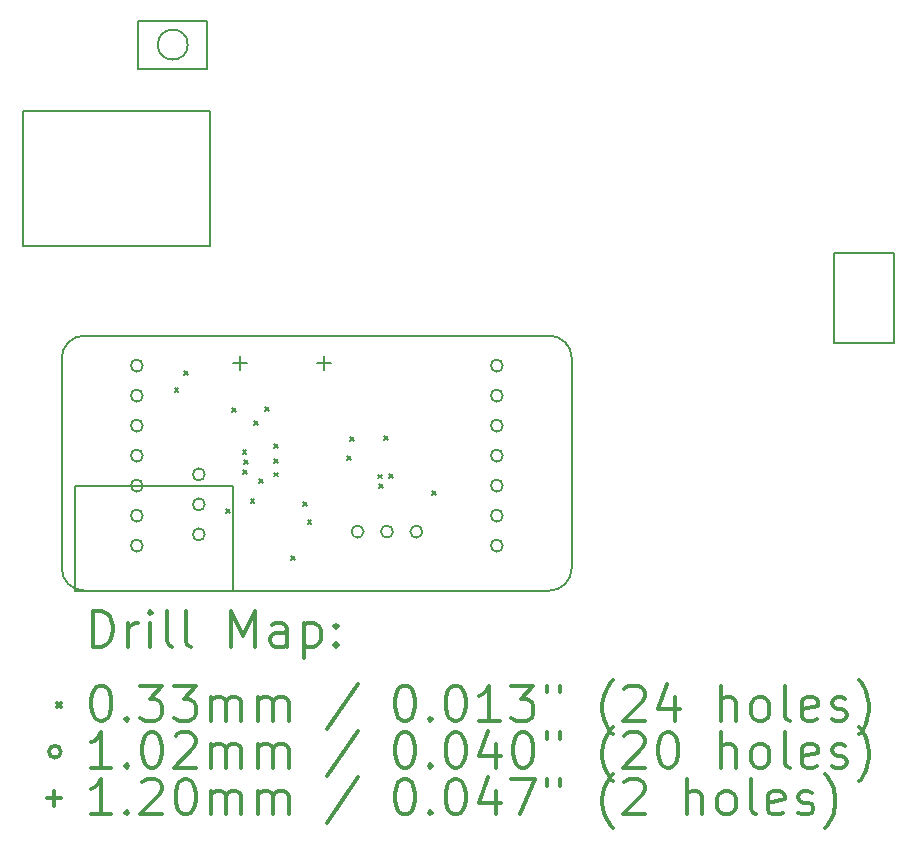
<source format=gbr>
G04 This is an RS-274x file exported by *
G04 gerbv version 2.6.0 *
G04 More information is available about gerbv at *
G04 http://gerbv.gpleda.org/ *
G04 --End of header info--*
%MOIN*%
%FSLAX34Y34*%
%IPPOS*%
G04 --Define apertures--*
%ADD10C,0.0050*%
%ADD11C,0.0060*%
%ADD12C,0.0079*%
%ADD13C,0.0118*%
%ADD14C,0.0138*%
%ADD15C,0.0059*%
G04 --Start main section--*
G54D11*
G01X0043250Y-040000D02*
G01X0058750Y-040000D01*
G01X0042500Y-047750D02*
G01X0042500Y-040750D01*
G01X0058750Y-048500D02*
G01X0043250Y-048500D01*
G01X0059500Y-040750D02*
G01X0059500Y-047750D01*
G01X0042500Y-047750D02*
G75*
G03X0043250Y-048500I0000750J0000000D01*
G01X0043250Y-040000D02*
G75*
G03X0042500Y-040750I0000000J-000750D01*
G01X0058750Y-048500D02*
G75*
G03X0059500Y-047750I0000000J0000750D01*
G01X0059500Y-040750D02*
G75*
G03X0058750Y-040000I-000750J0000000D01*
G54D12*
G01X0046260Y-041760D02*
G01X0046390Y-041890D01*
G01X0046390Y-041760D02*
G01X0046260Y-041890D01*
G01X0046585Y-041185D02*
G01X0046715Y-041315D01*
G01X0046715Y-041185D02*
G01X0046585Y-041315D01*
G01X0047975Y-045775D02*
G01X0048105Y-045905D01*
G01X0048105Y-045775D02*
G01X0047975Y-045905D01*
G01X0048192Y-042420D02*
G01X0048322Y-042550D01*
G01X0048322Y-042420D02*
G01X0048192Y-042550D01*
G01X0048529Y-043818D02*
G01X0048659Y-043948D01*
G01X0048659Y-043818D02*
G01X0048529Y-043948D01*
G01X0048533Y-044485D02*
G01X0048663Y-044615D01*
G01X0048663Y-044485D02*
G01X0048533Y-044615D01*
G01X0048573Y-044157D02*
G01X0048703Y-044287D01*
G01X0048703Y-044157D02*
G01X0048573Y-044287D01*
G01X0048795Y-045435D02*
G01X0048925Y-045565D01*
G01X0048925Y-045435D02*
G01X0048795Y-045565D01*
G01X0048915Y-042835D02*
G01X0049045Y-042965D01*
G01X0049045Y-042835D02*
G01X0048915Y-042965D01*
G01X0049080Y-044774D02*
G01X0049210Y-044904D01*
G01X0049210Y-044774D02*
G01X0049080Y-044904D01*
G01X0049275Y-042395D02*
G01X0049405Y-042525D01*
G01X0049405Y-042395D02*
G01X0049275Y-042525D01*
G01X0049580Y-043614D02*
G01X0049710Y-043744D01*
G01X0049710Y-043614D02*
G01X0049580Y-043744D01*
G01X0049580Y-044100D02*
G01X0049710Y-044230D01*
G01X0049710Y-044100D02*
G01X0049580Y-044230D01*
G01X0049580Y-044566D02*
G01X0049710Y-044696D01*
G01X0049710Y-044566D02*
G01X0049580Y-044696D01*
G01X0050135Y-047335D02*
G01X0050265Y-047465D01*
G01X0050265Y-047335D02*
G01X0050135Y-047465D01*
G01X0050541Y-045552D02*
G01X0050671Y-045682D01*
G01X0050671Y-045552D02*
G01X0050541Y-045682D01*
G01X0050695Y-046135D02*
G01X0050825Y-046265D01*
G01X0050825Y-046135D02*
G01X0050695Y-046265D01*
G01X0052014Y-044001D02*
G01X0052144Y-044131D01*
G01X0052144Y-044001D02*
G01X0052014Y-044131D01*
G01X0052115Y-043375D02*
G01X0052245Y-043505D01*
G01X0052245Y-043375D02*
G01X0052115Y-043505D01*
G01X0053055Y-044631D02*
G01X0053185Y-044761D01*
G01X0053185Y-044631D02*
G01X0053055Y-044761D01*
G01X0053085Y-044960D02*
G01X0053215Y-045090D01*
G01X0053215Y-044960D02*
G01X0053085Y-045090D01*
G01X0053255Y-043335D02*
G01X0053385Y-043465D01*
G01X0053385Y-043335D02*
G01X0053255Y-043465D01*
G01X0053405Y-044625D02*
G01X0053535Y-044755D01*
G01X0053535Y-044625D02*
G01X0053405Y-044755D01*
G01X0054835Y-045185D02*
G01X0054965Y-045315D01*
G01X0054965Y-045185D02*
G01X0054835Y-045315D01*
G01X0045200Y-041000D02*
G75*
G03X0045200Y-041000I-000200J0000000D01*
G01X0045200Y-042000D02*
G75*
G03X0045200Y-042000I-000200J0000000D01*
G01X0045200Y-043000D02*
G75*
G03X0045200Y-043000I-000200J0000000D01*
G01X0045200Y-044000D02*
G75*
G03X0045200Y-044000I-000200J0000000D01*
G01X0045200Y-045000D02*
G75*
G03X0045200Y-045000I-000200J0000000D01*
G01X0045200Y-046000D02*
G75*
G03X0045200Y-046000I-000200J0000000D01*
G01X0045200Y-047000D02*
G75*
G03X0045200Y-047000I-000200J0000000D01*
G01X0047269Y-044626D02*
G75*
G03X0047269Y-044626I-000200J0000000D01*
G01X0047269Y-045626D02*
G75*
G03X0047269Y-045626I-000200J0000000D01*
G01X0047269Y-046626D02*
G75*
G03X0047269Y-046626I-000200J0000000D01*
G01X0052561Y-046533D02*
G75*
G03X0052561Y-046533I-000200J0000000D01*
G01X0053541Y-046533D02*
G75*
G03X0053541Y-046533I-000200J0000000D01*
G01X0054521Y-046533D02*
G75*
G03X0054521Y-046533I-000200J0000000D01*
G01X0057200Y-041000D02*
G75*
G03X0057200Y-041000I-000200J0000000D01*
G01X0057200Y-042000D02*
G75*
G03X0057200Y-042000I-000200J0000000D01*
G01X0057200Y-043000D02*
G75*
G03X0057200Y-043000I-000200J0000000D01*
G01X0057200Y-044000D02*
G75*
G03X0057200Y-044000I-000200J0000000D01*
G01X0057200Y-045000D02*
G75*
G03X0057200Y-045000I-000200J0000000D01*
G01X0057200Y-046000D02*
G75*
G03X0057200Y-046000I-000200J0000000D01*
G01X0057200Y-047000D02*
G75*
G03X0057200Y-047000I-000200J0000000D01*
G01X0048455Y-040683D02*
G01X0048455Y-041155D01*
G01X0048218Y-040919D02*
G01X0048691Y-040919D01*
G01X0051250Y-040683D02*
G01X0051250Y-041155D01*
G01X0051014Y-040919D02*
G01X0051486Y-040919D01*
G54D13*
G01X0043539Y-050364D02*
G01X0043539Y-049182D01*
G01X0043539Y-049182D02*
G01X0043820Y-049182D01*
G01X0043820Y-049182D02*
G01X0043989Y-049239D01*
G01X0043989Y-049239D02*
G01X0044101Y-049351D01*
G01X0044101Y-049351D02*
G01X0044157Y-049464D01*
G01X0044157Y-049464D02*
G01X0044214Y-049689D01*
G01X0044214Y-049689D02*
G01X0044214Y-049857D01*
G01X0044214Y-049857D02*
G01X0044157Y-050082D01*
G01X0044157Y-050082D02*
G01X0044101Y-050195D01*
G01X0044101Y-050195D02*
G01X0043989Y-050307D01*
G01X0043989Y-050307D02*
G01X0043820Y-050364D01*
G01X0043820Y-050364D02*
G01X0043539Y-050364D01*
G01X0044720Y-050364D02*
G01X0044720Y-049576D01*
G01X0044720Y-049801D02*
G01X0044776Y-049689D01*
G01X0044776Y-049689D02*
G01X0044832Y-049632D01*
G01X0044832Y-049632D02*
G01X0044945Y-049576D01*
G01X0044945Y-049576D02*
G01X0045057Y-049576D01*
G01X0045451Y-050364D02*
G01X0045451Y-049576D01*
G01X0045451Y-049182D02*
G01X0045395Y-049239D01*
G01X0045395Y-049239D02*
G01X0045451Y-049295D01*
G01X0045451Y-049295D02*
G01X0045507Y-049239D01*
G01X0045507Y-049239D02*
G01X0045451Y-049182D01*
G01X0045451Y-049182D02*
G01X0045451Y-049295D01*
G01X0046182Y-050364D02*
G01X0046070Y-050307D01*
G01X0046070Y-050307D02*
G01X0046013Y-050195D01*
G01X0046013Y-050195D02*
G01X0046013Y-049182D01*
G01X0046801Y-050364D02*
G01X0046688Y-050307D01*
G01X0046688Y-050307D02*
G01X0046632Y-050195D01*
G01X0046632Y-050195D02*
G01X0046632Y-049182D01*
G01X0048151Y-050364D02*
G01X0048151Y-049182D01*
G01X0048151Y-049182D02*
G01X0048544Y-050026D01*
G01X0048544Y-050026D02*
G01X0048938Y-049182D01*
G01X0048938Y-049182D02*
G01X0048938Y-050364D01*
G01X0050007Y-050364D02*
G01X0050007Y-049745D01*
G01X0050007Y-049745D02*
G01X0049950Y-049632D01*
G01X0049950Y-049632D02*
G01X0049838Y-049576D01*
G01X0049838Y-049576D02*
G01X0049613Y-049576D01*
G01X0049613Y-049576D02*
G01X0049500Y-049632D01*
G01X0050007Y-050307D02*
G01X0049894Y-050364D01*
G01X0049894Y-050364D02*
G01X0049613Y-050364D01*
G01X0049613Y-050364D02*
G01X0049500Y-050307D01*
G01X0049500Y-050307D02*
G01X0049444Y-050195D01*
G01X0049444Y-050195D02*
G01X0049444Y-050082D01*
G01X0049444Y-050082D02*
G01X0049500Y-049970D01*
G01X0049500Y-049970D02*
G01X0049613Y-049914D01*
G01X0049613Y-049914D02*
G01X0049894Y-049914D01*
G01X0049894Y-049914D02*
G01X0050007Y-049857D01*
G01X0050569Y-049576D02*
G01X0050569Y-050757D01*
G01X0050569Y-049632D02*
G01X0050681Y-049576D01*
G01X0050681Y-049576D02*
G01X0050906Y-049576D01*
G01X0050906Y-049576D02*
G01X0051019Y-049632D01*
G01X0051019Y-049632D02*
G01X0051075Y-049689D01*
G01X0051075Y-049689D02*
G01X0051131Y-049801D01*
G01X0051131Y-049801D02*
G01X0051131Y-050139D01*
G01X0051131Y-050139D02*
G01X0051075Y-050251D01*
G01X0051075Y-050251D02*
G01X0051019Y-050307D01*
G01X0051019Y-050307D02*
G01X0050906Y-050364D01*
G01X0050906Y-050364D02*
G01X0050681Y-050364D01*
G01X0050681Y-050364D02*
G01X0050569Y-050307D01*
G01X0051638Y-050251D02*
G01X0051694Y-050307D01*
G01X0051694Y-050307D02*
G01X0051638Y-050364D01*
G01X0051638Y-050364D02*
G01X0051581Y-050307D01*
G01X0051581Y-050307D02*
G01X0051638Y-050251D01*
G01X0051638Y-050251D02*
G01X0051638Y-050364D01*
G01X0051638Y-049632D02*
G01X0051694Y-049689D01*
G01X0051694Y-049689D02*
G01X0051638Y-049745D01*
G01X0051638Y-049745D02*
G01X0051581Y-049689D01*
G01X0051581Y-049689D02*
G01X0051638Y-049632D01*
G01X0051638Y-049632D02*
G01X0051638Y-049745D01*
G01X0042340Y-052245D02*
G01X0042470Y-052375D01*
G01X0042470Y-052245D02*
G01X0042340Y-052375D01*
G01X0043764Y-051663D02*
G01X0043876Y-051663D01*
G01X0043876Y-051663D02*
G01X0043989Y-051719D01*
G01X0043989Y-051719D02*
G01X0044045Y-051775D01*
G01X0044045Y-051775D02*
G01X0044101Y-051888D01*
G01X0044101Y-051888D02*
G01X0044157Y-052113D01*
G01X0044157Y-052113D02*
G01X0044157Y-052394D01*
G01X0044157Y-052394D02*
G01X0044101Y-052619D01*
G01X0044101Y-052619D02*
G01X0044045Y-052731D01*
G01X0044045Y-052731D02*
G01X0043989Y-052788D01*
G01X0043989Y-052788D02*
G01X0043876Y-052844D01*
G01X0043876Y-052844D02*
G01X0043764Y-052844D01*
G01X0043764Y-052844D02*
G01X0043651Y-052788D01*
G01X0043651Y-052788D02*
G01X0043595Y-052731D01*
G01X0043595Y-052731D02*
G01X0043539Y-052619D01*
G01X0043539Y-052619D02*
G01X0043482Y-052394D01*
G01X0043482Y-052394D02*
G01X0043482Y-052113D01*
G01X0043482Y-052113D02*
G01X0043539Y-051888D01*
G01X0043539Y-051888D02*
G01X0043595Y-051775D01*
G01X0043595Y-051775D02*
G01X0043651Y-051719D01*
G01X0043651Y-051719D02*
G01X0043764Y-051663D01*
G01X0044663Y-052731D02*
G01X0044720Y-052788D01*
G01X0044720Y-052788D02*
G01X0044663Y-052844D01*
G01X0044663Y-052844D02*
G01X0044607Y-052788D01*
G01X0044607Y-052788D02*
G01X0044663Y-052731D01*
G01X0044663Y-052731D02*
G01X0044663Y-052844D01*
G01X0045113Y-051663D02*
G01X0045845Y-051663D01*
G01X0045845Y-051663D02*
G01X0045451Y-052113D01*
G01X0045451Y-052113D02*
G01X0045620Y-052113D01*
G01X0045620Y-052113D02*
G01X0045732Y-052169D01*
G01X0045732Y-052169D02*
G01X0045788Y-052225D01*
G01X0045788Y-052225D02*
G01X0045845Y-052338D01*
G01X0045845Y-052338D02*
G01X0045845Y-052619D01*
G01X0045845Y-052619D02*
G01X0045788Y-052731D01*
G01X0045788Y-052731D02*
G01X0045732Y-052788D01*
G01X0045732Y-052788D02*
G01X0045620Y-052844D01*
G01X0045620Y-052844D02*
G01X0045282Y-052844D01*
G01X0045282Y-052844D02*
G01X0045170Y-052788D01*
G01X0045170Y-052788D02*
G01X0045113Y-052731D01*
G01X0046238Y-051663D02*
G01X0046969Y-051663D01*
G01X0046969Y-051663D02*
G01X0046576Y-052113D01*
G01X0046576Y-052113D02*
G01X0046744Y-052113D01*
G01X0046744Y-052113D02*
G01X0046857Y-052169D01*
G01X0046857Y-052169D02*
G01X0046913Y-052225D01*
G01X0046913Y-052225D02*
G01X0046969Y-052338D01*
G01X0046969Y-052338D02*
G01X0046969Y-052619D01*
G01X0046969Y-052619D02*
G01X0046913Y-052731D01*
G01X0046913Y-052731D02*
G01X0046857Y-052788D01*
G01X0046857Y-052788D02*
G01X0046744Y-052844D01*
G01X0046744Y-052844D02*
G01X0046407Y-052844D01*
G01X0046407Y-052844D02*
G01X0046295Y-052788D01*
G01X0046295Y-052788D02*
G01X0046238Y-052731D01*
G01X0047476Y-052844D02*
G01X0047476Y-052056D01*
G01X0047476Y-052169D02*
G01X0047532Y-052113D01*
G01X0047532Y-052113D02*
G01X0047644Y-052056D01*
G01X0047644Y-052056D02*
G01X0047813Y-052056D01*
G01X0047813Y-052056D02*
G01X0047926Y-052113D01*
G01X0047926Y-052113D02*
G01X0047982Y-052225D01*
G01X0047982Y-052225D02*
G01X0047982Y-052844D01*
G01X0047982Y-052225D02*
G01X0048038Y-052113D01*
G01X0048038Y-052113D02*
G01X0048151Y-052056D01*
G01X0048151Y-052056D02*
G01X0048319Y-052056D01*
G01X0048319Y-052056D02*
G01X0048432Y-052113D01*
G01X0048432Y-052113D02*
G01X0048488Y-052225D01*
G01X0048488Y-052225D02*
G01X0048488Y-052844D01*
G01X0049050Y-052844D02*
G01X0049050Y-052056D01*
G01X0049050Y-052169D02*
G01X0049107Y-052113D01*
G01X0049107Y-052113D02*
G01X0049219Y-052056D01*
G01X0049219Y-052056D02*
G01X0049388Y-052056D01*
G01X0049388Y-052056D02*
G01X0049500Y-052113D01*
G01X0049500Y-052113D02*
G01X0049557Y-052225D01*
G01X0049557Y-052225D02*
G01X0049557Y-052844D01*
G01X0049557Y-052225D02*
G01X0049613Y-052113D01*
G01X0049613Y-052113D02*
G01X0049725Y-052056D01*
G01X0049725Y-052056D02*
G01X0049894Y-052056D01*
G01X0049894Y-052056D02*
G01X0050007Y-052113D01*
G01X0050007Y-052113D02*
G01X0050063Y-052225D01*
G01X0050063Y-052225D02*
G01X0050063Y-052844D01*
G01X0052369Y-051606D02*
G01X0051356Y-053125D01*
G01X0053887Y-051663D02*
G01X0054000Y-051663D01*
G01X0054000Y-051663D02*
G01X0054112Y-051719D01*
G01X0054112Y-051719D02*
G01X0054169Y-051775D01*
G01X0054169Y-051775D02*
G01X0054225Y-051888D01*
G01X0054225Y-051888D02*
G01X0054281Y-052113D01*
G01X0054281Y-052113D02*
G01X0054281Y-052394D01*
G01X0054281Y-052394D02*
G01X0054225Y-052619D01*
G01X0054225Y-052619D02*
G01X0054169Y-052731D01*
G01X0054169Y-052731D02*
G01X0054112Y-052788D01*
G01X0054112Y-052788D02*
G01X0054000Y-052844D01*
G01X0054000Y-052844D02*
G01X0053887Y-052844D01*
G01X0053887Y-052844D02*
G01X0053775Y-052788D01*
G01X0053775Y-052788D02*
G01X0053719Y-052731D01*
G01X0053719Y-052731D02*
G01X0053662Y-052619D01*
G01X0053662Y-052619D02*
G01X0053606Y-052394D01*
G01X0053606Y-052394D02*
G01X0053606Y-052113D01*
G01X0053606Y-052113D02*
G01X0053662Y-051888D01*
G01X0053662Y-051888D02*
G01X0053719Y-051775D01*
G01X0053719Y-051775D02*
G01X0053775Y-051719D01*
G01X0053775Y-051719D02*
G01X0053887Y-051663D01*
G01X0054787Y-052731D02*
G01X0054843Y-052788D01*
G01X0054843Y-052788D02*
G01X0054787Y-052844D01*
G01X0054787Y-052844D02*
G01X0054731Y-052788D01*
G01X0054731Y-052788D02*
G01X0054787Y-052731D01*
G01X0054787Y-052731D02*
G01X0054787Y-052844D01*
G01X0055575Y-051663D02*
G01X0055687Y-051663D01*
G01X0055687Y-051663D02*
G01X0055800Y-051719D01*
G01X0055800Y-051719D02*
G01X0055856Y-051775D01*
G01X0055856Y-051775D02*
G01X0055912Y-051888D01*
G01X0055912Y-051888D02*
G01X0055968Y-052113D01*
G01X0055968Y-052113D02*
G01X0055968Y-052394D01*
G01X0055968Y-052394D02*
G01X0055912Y-052619D01*
G01X0055912Y-052619D02*
G01X0055856Y-052731D01*
G01X0055856Y-052731D02*
G01X0055800Y-052788D01*
G01X0055800Y-052788D02*
G01X0055687Y-052844D01*
G01X0055687Y-052844D02*
G01X0055575Y-052844D01*
G01X0055575Y-052844D02*
G01X0055462Y-052788D01*
G01X0055462Y-052788D02*
G01X0055406Y-052731D01*
G01X0055406Y-052731D02*
G01X0055350Y-052619D01*
G01X0055350Y-052619D02*
G01X0055293Y-052394D01*
G01X0055293Y-052394D02*
G01X0055293Y-052113D01*
G01X0055293Y-052113D02*
G01X0055350Y-051888D01*
G01X0055350Y-051888D02*
G01X0055406Y-051775D01*
G01X0055406Y-051775D02*
G01X0055462Y-051719D01*
G01X0055462Y-051719D02*
G01X0055575Y-051663D01*
G01X0057093Y-052844D02*
G01X0056418Y-052844D01*
G01X0056756Y-052844D02*
G01X0056756Y-051663D01*
G01X0056756Y-051663D02*
G01X0056643Y-051831D01*
G01X0056643Y-051831D02*
G01X0056531Y-051944D01*
G01X0056531Y-051944D02*
G01X0056418Y-052000D01*
G01X0057487Y-051663D02*
G01X0058218Y-051663D01*
G01X0058218Y-051663D02*
G01X0057824Y-052113D01*
G01X0057824Y-052113D02*
G01X0057993Y-052113D01*
G01X0057993Y-052113D02*
G01X0058106Y-052169D01*
G01X0058106Y-052169D02*
G01X0058162Y-052225D01*
G01X0058162Y-052225D02*
G01X0058218Y-052338D01*
G01X0058218Y-052338D02*
G01X0058218Y-052619D01*
G01X0058218Y-052619D02*
G01X0058162Y-052731D01*
G01X0058162Y-052731D02*
G01X0058106Y-052788D01*
G01X0058106Y-052788D02*
G01X0057993Y-052844D01*
G01X0057993Y-052844D02*
G01X0057656Y-052844D01*
G01X0057656Y-052844D02*
G01X0057543Y-052788D01*
G01X0057543Y-052788D02*
G01X0057487Y-052731D01*
G01X0058668Y-051663D02*
G01X0058668Y-051888D01*
G01X0059118Y-051663D02*
G01X0059118Y-051888D01*
G01X0060861Y-053294D02*
G01X0060805Y-053238D01*
G01X0060805Y-053238D02*
G01X0060693Y-053069D01*
G01X0060693Y-053069D02*
G01X0060636Y-052956D01*
G01X0060636Y-052956D02*
G01X0060580Y-052788D01*
G01X0060580Y-052788D02*
G01X0060524Y-052506D01*
G01X0060524Y-052506D02*
G01X0060524Y-052281D01*
G01X0060524Y-052281D02*
G01X0060580Y-052000D01*
G01X0060580Y-052000D02*
G01X0060636Y-051831D01*
G01X0060636Y-051831D02*
G01X0060693Y-051719D01*
G01X0060693Y-051719D02*
G01X0060805Y-051550D01*
G01X0060805Y-051550D02*
G01X0060861Y-051494D01*
G01X0061255Y-051775D02*
G01X0061311Y-051719D01*
G01X0061311Y-051719D02*
G01X0061424Y-051663D01*
G01X0061424Y-051663D02*
G01X0061705Y-051663D01*
G01X0061705Y-051663D02*
G01X0061818Y-051719D01*
G01X0061818Y-051719D02*
G01X0061874Y-051775D01*
G01X0061874Y-051775D02*
G01X0061930Y-051888D01*
G01X0061930Y-051888D02*
G01X0061930Y-052000D01*
G01X0061930Y-052000D02*
G01X0061874Y-052169D01*
G01X0061874Y-052169D02*
G01X0061199Y-052844D01*
G01X0061199Y-052844D02*
G01X0061930Y-052844D01*
G01X0062942Y-052056D02*
G01X0062942Y-052844D01*
G01X0062661Y-051606D02*
G01X0062380Y-052450D01*
G01X0062380Y-052450D02*
G01X0063111Y-052450D01*
G01X0064461Y-052844D02*
G01X0064461Y-051663D01*
G01X0064967Y-052844D02*
G01X0064967Y-052225D01*
G01X0064967Y-052225D02*
G01X0064911Y-052113D01*
G01X0064911Y-052113D02*
G01X0064798Y-052056D01*
G01X0064798Y-052056D02*
G01X0064630Y-052056D01*
G01X0064630Y-052056D02*
G01X0064517Y-052113D01*
G01X0064517Y-052113D02*
G01X0064461Y-052169D01*
G01X0065698Y-052844D02*
G01X0065586Y-052788D01*
G01X0065586Y-052788D02*
G01X0065530Y-052731D01*
G01X0065530Y-052731D02*
G01X0065473Y-052619D01*
G01X0065473Y-052619D02*
G01X0065473Y-052281D01*
G01X0065473Y-052281D02*
G01X0065530Y-052169D01*
G01X0065530Y-052169D02*
G01X0065586Y-052113D01*
G01X0065586Y-052113D02*
G01X0065698Y-052056D01*
G01X0065698Y-052056D02*
G01X0065867Y-052056D01*
G01X0065867Y-052056D02*
G01X0065980Y-052113D01*
G01X0065980Y-052113D02*
G01X0066036Y-052169D01*
G01X0066036Y-052169D02*
G01X0066092Y-052281D01*
G01X0066092Y-052281D02*
G01X0066092Y-052619D01*
G01X0066092Y-052619D02*
G01X0066036Y-052731D01*
G01X0066036Y-052731D02*
G01X0065980Y-052788D01*
G01X0065980Y-052788D02*
G01X0065867Y-052844D01*
G01X0065867Y-052844D02*
G01X0065698Y-052844D01*
G01X0066767Y-052844D02*
G01X0066654Y-052788D01*
G01X0066654Y-052788D02*
G01X0066598Y-052675D01*
G01X0066598Y-052675D02*
G01X0066598Y-051663D01*
G01X0067667Y-052788D02*
G01X0067554Y-052844D01*
G01X0067554Y-052844D02*
G01X0067329Y-052844D01*
G01X0067329Y-052844D02*
G01X0067217Y-052788D01*
G01X0067217Y-052788D02*
G01X0067161Y-052675D01*
G01X0067161Y-052675D02*
G01X0067161Y-052225D01*
G01X0067161Y-052225D02*
G01X0067217Y-052113D01*
G01X0067217Y-052113D02*
G01X0067329Y-052056D01*
G01X0067329Y-052056D02*
G01X0067554Y-052056D01*
G01X0067554Y-052056D02*
G01X0067667Y-052113D01*
G01X0067667Y-052113D02*
G01X0067723Y-052225D01*
G01X0067723Y-052225D02*
G01X0067723Y-052338D01*
G01X0067723Y-052338D02*
G01X0067161Y-052450D01*
G01X0068173Y-052788D02*
G01X0068286Y-052844D01*
G01X0068286Y-052844D02*
G01X0068510Y-052844D01*
G01X0068510Y-052844D02*
G01X0068623Y-052788D01*
G01X0068623Y-052788D02*
G01X0068679Y-052675D01*
G01X0068679Y-052675D02*
G01X0068679Y-052619D01*
G01X0068679Y-052619D02*
G01X0068623Y-052506D01*
G01X0068623Y-052506D02*
G01X0068510Y-052450D01*
G01X0068510Y-052450D02*
G01X0068342Y-052450D01*
G01X0068342Y-052450D02*
G01X0068229Y-052394D01*
G01X0068229Y-052394D02*
G01X0068173Y-052281D01*
G01X0068173Y-052281D02*
G01X0068173Y-052225D01*
G01X0068173Y-052225D02*
G01X0068229Y-052113D01*
G01X0068229Y-052113D02*
G01X0068342Y-052056D01*
G01X0068342Y-052056D02*
G01X0068510Y-052056D01*
G01X0068510Y-052056D02*
G01X0068623Y-052113D01*
G01X0069073Y-053294D02*
G01X0069129Y-053238D01*
G01X0069129Y-053238D02*
G01X0069242Y-053069D01*
G01X0069242Y-053069D02*
G01X0069298Y-052956D01*
G01X0069298Y-052956D02*
G01X0069354Y-052788D01*
G01X0069354Y-052788D02*
G01X0069410Y-052506D01*
G01X0069410Y-052506D02*
G01X0069410Y-052281D01*
G01X0069410Y-052281D02*
G01X0069354Y-052000D01*
G01X0069354Y-052000D02*
G01X0069298Y-051831D01*
G01X0069298Y-051831D02*
G01X0069242Y-051719D01*
G01X0069242Y-051719D02*
G01X0069129Y-051550D01*
G01X0069129Y-051550D02*
G01X0069073Y-051494D01*
G01X0042470Y-053869D02*
G75*
G03X0042470Y-053869I-000200J0000000D01*
G01X0044157Y-054403D02*
G01X0043482Y-054403D01*
G01X0043820Y-054403D02*
G01X0043820Y-053222D01*
G01X0043820Y-053222D02*
G01X0043707Y-053391D01*
G01X0043707Y-053391D02*
G01X0043595Y-053503D01*
G01X0043595Y-053503D02*
G01X0043482Y-053559D01*
G01X0044663Y-054290D02*
G01X0044720Y-054347D01*
G01X0044720Y-054347D02*
G01X0044663Y-054403D01*
G01X0044663Y-054403D02*
G01X0044607Y-054347D01*
G01X0044607Y-054347D02*
G01X0044663Y-054290D01*
G01X0044663Y-054290D02*
G01X0044663Y-054403D01*
G01X0045451Y-053222D02*
G01X0045563Y-053222D01*
G01X0045563Y-053222D02*
G01X0045676Y-053278D01*
G01X0045676Y-053278D02*
G01X0045732Y-053334D01*
G01X0045732Y-053334D02*
G01X0045788Y-053447D01*
G01X0045788Y-053447D02*
G01X0045845Y-053672D01*
G01X0045845Y-053672D02*
G01X0045845Y-053953D01*
G01X0045845Y-053953D02*
G01X0045788Y-054178D01*
G01X0045788Y-054178D02*
G01X0045732Y-054290D01*
G01X0045732Y-054290D02*
G01X0045676Y-054347D01*
G01X0045676Y-054347D02*
G01X0045563Y-054403D01*
G01X0045563Y-054403D02*
G01X0045451Y-054403D01*
G01X0045451Y-054403D02*
G01X0045338Y-054347D01*
G01X0045338Y-054347D02*
G01X0045282Y-054290D01*
G01X0045282Y-054290D02*
G01X0045226Y-054178D01*
G01X0045226Y-054178D02*
G01X0045170Y-053953D01*
G01X0045170Y-053953D02*
G01X0045170Y-053672D01*
G01X0045170Y-053672D02*
G01X0045226Y-053447D01*
G01X0045226Y-053447D02*
G01X0045282Y-053334D01*
G01X0045282Y-053334D02*
G01X0045338Y-053278D01*
G01X0045338Y-053278D02*
G01X0045451Y-053222D01*
G01X0046295Y-053334D02*
G01X0046351Y-053278D01*
G01X0046351Y-053278D02*
G01X0046463Y-053222D01*
G01X0046463Y-053222D02*
G01X0046744Y-053222D01*
G01X0046744Y-053222D02*
G01X0046857Y-053278D01*
G01X0046857Y-053278D02*
G01X0046913Y-053334D01*
G01X0046913Y-053334D02*
G01X0046969Y-053447D01*
G01X0046969Y-053447D02*
G01X0046969Y-053559D01*
G01X0046969Y-053559D02*
G01X0046913Y-053728D01*
G01X0046913Y-053728D02*
G01X0046238Y-054403D01*
G01X0046238Y-054403D02*
G01X0046969Y-054403D01*
G01X0047476Y-054403D02*
G01X0047476Y-053615D01*
G01X0047476Y-053728D02*
G01X0047532Y-053672D01*
G01X0047532Y-053672D02*
G01X0047644Y-053615D01*
G01X0047644Y-053615D02*
G01X0047813Y-053615D01*
G01X0047813Y-053615D02*
G01X0047926Y-053672D01*
G01X0047926Y-053672D02*
G01X0047982Y-053784D01*
G01X0047982Y-053784D02*
G01X0047982Y-054403D01*
G01X0047982Y-053784D02*
G01X0048038Y-053672D01*
G01X0048038Y-053672D02*
G01X0048151Y-053615D01*
G01X0048151Y-053615D02*
G01X0048319Y-053615D01*
G01X0048319Y-053615D02*
G01X0048432Y-053672D01*
G01X0048432Y-053672D02*
G01X0048488Y-053784D01*
G01X0048488Y-053784D02*
G01X0048488Y-054403D01*
G01X0049050Y-054403D02*
G01X0049050Y-053615D01*
G01X0049050Y-053728D02*
G01X0049107Y-053672D01*
G01X0049107Y-053672D02*
G01X0049219Y-053615D01*
G01X0049219Y-053615D02*
G01X0049388Y-053615D01*
G01X0049388Y-053615D02*
G01X0049500Y-053672D01*
G01X0049500Y-053672D02*
G01X0049557Y-053784D01*
G01X0049557Y-053784D02*
G01X0049557Y-054403D01*
G01X0049557Y-053784D02*
G01X0049613Y-053672D01*
G01X0049613Y-053672D02*
G01X0049725Y-053615D01*
G01X0049725Y-053615D02*
G01X0049894Y-053615D01*
G01X0049894Y-053615D02*
G01X0050007Y-053672D01*
G01X0050007Y-053672D02*
G01X0050063Y-053784D01*
G01X0050063Y-053784D02*
G01X0050063Y-054403D01*
G01X0052369Y-053166D02*
G01X0051356Y-054684D01*
G01X0053887Y-053222D02*
G01X0054000Y-053222D01*
G01X0054000Y-053222D02*
G01X0054112Y-053278D01*
G01X0054112Y-053278D02*
G01X0054169Y-053334D01*
G01X0054169Y-053334D02*
G01X0054225Y-053447D01*
G01X0054225Y-053447D02*
G01X0054281Y-053672D01*
G01X0054281Y-053672D02*
G01X0054281Y-053953D01*
G01X0054281Y-053953D02*
G01X0054225Y-054178D01*
G01X0054225Y-054178D02*
G01X0054169Y-054290D01*
G01X0054169Y-054290D02*
G01X0054112Y-054347D01*
G01X0054112Y-054347D02*
G01X0054000Y-054403D01*
G01X0054000Y-054403D02*
G01X0053887Y-054403D01*
G01X0053887Y-054403D02*
G01X0053775Y-054347D01*
G01X0053775Y-054347D02*
G01X0053719Y-054290D01*
G01X0053719Y-054290D02*
G01X0053662Y-054178D01*
G01X0053662Y-054178D02*
G01X0053606Y-053953D01*
G01X0053606Y-053953D02*
G01X0053606Y-053672D01*
G01X0053606Y-053672D02*
G01X0053662Y-053447D01*
G01X0053662Y-053447D02*
G01X0053719Y-053334D01*
G01X0053719Y-053334D02*
G01X0053775Y-053278D01*
G01X0053775Y-053278D02*
G01X0053887Y-053222D01*
G01X0054787Y-054290D02*
G01X0054843Y-054347D01*
G01X0054843Y-054347D02*
G01X0054787Y-054403D01*
G01X0054787Y-054403D02*
G01X0054731Y-054347D01*
G01X0054731Y-054347D02*
G01X0054787Y-054290D01*
G01X0054787Y-054290D02*
G01X0054787Y-054403D01*
G01X0055575Y-053222D02*
G01X0055687Y-053222D01*
G01X0055687Y-053222D02*
G01X0055800Y-053278D01*
G01X0055800Y-053278D02*
G01X0055856Y-053334D01*
G01X0055856Y-053334D02*
G01X0055912Y-053447D01*
G01X0055912Y-053447D02*
G01X0055968Y-053672D01*
G01X0055968Y-053672D02*
G01X0055968Y-053953D01*
G01X0055968Y-053953D02*
G01X0055912Y-054178D01*
G01X0055912Y-054178D02*
G01X0055856Y-054290D01*
G01X0055856Y-054290D02*
G01X0055800Y-054347D01*
G01X0055800Y-054347D02*
G01X0055687Y-054403D01*
G01X0055687Y-054403D02*
G01X0055575Y-054403D01*
G01X0055575Y-054403D02*
G01X0055462Y-054347D01*
G01X0055462Y-054347D02*
G01X0055406Y-054290D01*
G01X0055406Y-054290D02*
G01X0055350Y-054178D01*
G01X0055350Y-054178D02*
G01X0055293Y-053953D01*
G01X0055293Y-053953D02*
G01X0055293Y-053672D01*
G01X0055293Y-053672D02*
G01X0055350Y-053447D01*
G01X0055350Y-053447D02*
G01X0055406Y-053334D01*
G01X0055406Y-053334D02*
G01X0055462Y-053278D01*
G01X0055462Y-053278D02*
G01X0055575Y-053222D01*
G01X0056981Y-053615D02*
G01X0056981Y-054403D01*
G01X0056699Y-053166D02*
G01X0056418Y-054009D01*
G01X0056418Y-054009D02*
G01X0057149Y-054009D01*
G01X0057824Y-053222D02*
G01X0057937Y-053222D01*
G01X0057937Y-053222D02*
G01X0058049Y-053278D01*
G01X0058049Y-053278D02*
G01X0058106Y-053334D01*
G01X0058106Y-053334D02*
G01X0058162Y-053447D01*
G01X0058162Y-053447D02*
G01X0058218Y-053672D01*
G01X0058218Y-053672D02*
G01X0058218Y-053953D01*
G01X0058218Y-053953D02*
G01X0058162Y-054178D01*
G01X0058162Y-054178D02*
G01X0058106Y-054290D01*
G01X0058106Y-054290D02*
G01X0058049Y-054347D01*
G01X0058049Y-054347D02*
G01X0057937Y-054403D01*
G01X0057937Y-054403D02*
G01X0057824Y-054403D01*
G01X0057824Y-054403D02*
G01X0057712Y-054347D01*
G01X0057712Y-054347D02*
G01X0057656Y-054290D01*
G01X0057656Y-054290D02*
G01X0057599Y-054178D01*
G01X0057599Y-054178D02*
G01X0057543Y-053953D01*
G01X0057543Y-053953D02*
G01X0057543Y-053672D01*
G01X0057543Y-053672D02*
G01X0057599Y-053447D01*
G01X0057599Y-053447D02*
G01X0057656Y-053334D01*
G01X0057656Y-053334D02*
G01X0057712Y-053278D01*
G01X0057712Y-053278D02*
G01X0057824Y-053222D01*
G01X0058668Y-053222D02*
G01X0058668Y-053447D01*
G01X0059118Y-053222D02*
G01X0059118Y-053447D01*
G01X0060861Y-054853D02*
G01X0060805Y-054797D01*
G01X0060805Y-054797D02*
G01X0060693Y-054628D01*
G01X0060693Y-054628D02*
G01X0060636Y-054515D01*
G01X0060636Y-054515D02*
G01X0060580Y-054347D01*
G01X0060580Y-054347D02*
G01X0060524Y-054065D01*
G01X0060524Y-054065D02*
G01X0060524Y-053840D01*
G01X0060524Y-053840D02*
G01X0060580Y-053559D01*
G01X0060580Y-053559D02*
G01X0060636Y-053391D01*
G01X0060636Y-053391D02*
G01X0060693Y-053278D01*
G01X0060693Y-053278D02*
G01X0060805Y-053109D01*
G01X0060805Y-053109D02*
G01X0060861Y-053053D01*
G01X0061255Y-053334D02*
G01X0061311Y-053278D01*
G01X0061311Y-053278D02*
G01X0061424Y-053222D01*
G01X0061424Y-053222D02*
G01X0061705Y-053222D01*
G01X0061705Y-053222D02*
G01X0061818Y-053278D01*
G01X0061818Y-053278D02*
G01X0061874Y-053334D01*
G01X0061874Y-053334D02*
G01X0061930Y-053447D01*
G01X0061930Y-053447D02*
G01X0061930Y-053559D01*
G01X0061930Y-053559D02*
G01X0061874Y-053728D01*
G01X0061874Y-053728D02*
G01X0061199Y-054403D01*
G01X0061199Y-054403D02*
G01X0061930Y-054403D01*
G01X0062661Y-053222D02*
G01X0062774Y-053222D01*
G01X0062774Y-053222D02*
G01X0062886Y-053278D01*
G01X0062886Y-053278D02*
G01X0062942Y-053334D01*
G01X0062942Y-053334D02*
G01X0062999Y-053447D01*
G01X0062999Y-053447D02*
G01X0063055Y-053672D01*
G01X0063055Y-053672D02*
G01X0063055Y-053953D01*
G01X0063055Y-053953D02*
G01X0062999Y-054178D01*
G01X0062999Y-054178D02*
G01X0062942Y-054290D01*
G01X0062942Y-054290D02*
G01X0062886Y-054347D01*
G01X0062886Y-054347D02*
G01X0062774Y-054403D01*
G01X0062774Y-054403D02*
G01X0062661Y-054403D01*
G01X0062661Y-054403D02*
G01X0062549Y-054347D01*
G01X0062549Y-054347D02*
G01X0062492Y-054290D01*
G01X0062492Y-054290D02*
G01X0062436Y-054178D01*
G01X0062436Y-054178D02*
G01X0062380Y-053953D01*
G01X0062380Y-053953D02*
G01X0062380Y-053672D01*
G01X0062380Y-053672D02*
G01X0062436Y-053447D01*
G01X0062436Y-053447D02*
G01X0062492Y-053334D01*
G01X0062492Y-053334D02*
G01X0062549Y-053278D01*
G01X0062549Y-053278D02*
G01X0062661Y-053222D01*
G01X0064461Y-054403D02*
G01X0064461Y-053222D01*
G01X0064967Y-054403D02*
G01X0064967Y-053784D01*
G01X0064967Y-053784D02*
G01X0064911Y-053672D01*
G01X0064911Y-053672D02*
G01X0064798Y-053615D01*
G01X0064798Y-053615D02*
G01X0064630Y-053615D01*
G01X0064630Y-053615D02*
G01X0064517Y-053672D01*
G01X0064517Y-053672D02*
G01X0064461Y-053728D01*
G01X0065698Y-054403D02*
G01X0065586Y-054347D01*
G01X0065586Y-054347D02*
G01X0065530Y-054290D01*
G01X0065530Y-054290D02*
G01X0065473Y-054178D01*
G01X0065473Y-054178D02*
G01X0065473Y-053840D01*
G01X0065473Y-053840D02*
G01X0065530Y-053728D01*
G01X0065530Y-053728D02*
G01X0065586Y-053672D01*
G01X0065586Y-053672D02*
G01X0065698Y-053615D01*
G01X0065698Y-053615D02*
G01X0065867Y-053615D01*
G01X0065867Y-053615D02*
G01X0065980Y-053672D01*
G01X0065980Y-053672D02*
G01X0066036Y-053728D01*
G01X0066036Y-053728D02*
G01X0066092Y-053840D01*
G01X0066092Y-053840D02*
G01X0066092Y-054178D01*
G01X0066092Y-054178D02*
G01X0066036Y-054290D01*
G01X0066036Y-054290D02*
G01X0065980Y-054347D01*
G01X0065980Y-054347D02*
G01X0065867Y-054403D01*
G01X0065867Y-054403D02*
G01X0065698Y-054403D01*
G01X0066767Y-054403D02*
G01X0066654Y-054347D01*
G01X0066654Y-054347D02*
G01X0066598Y-054234D01*
G01X0066598Y-054234D02*
G01X0066598Y-053222D01*
G01X0067667Y-054347D02*
G01X0067554Y-054403D01*
G01X0067554Y-054403D02*
G01X0067329Y-054403D01*
G01X0067329Y-054403D02*
G01X0067217Y-054347D01*
G01X0067217Y-054347D02*
G01X0067161Y-054234D01*
G01X0067161Y-054234D02*
G01X0067161Y-053784D01*
G01X0067161Y-053784D02*
G01X0067217Y-053672D01*
G01X0067217Y-053672D02*
G01X0067329Y-053615D01*
G01X0067329Y-053615D02*
G01X0067554Y-053615D01*
G01X0067554Y-053615D02*
G01X0067667Y-053672D01*
G01X0067667Y-053672D02*
G01X0067723Y-053784D01*
G01X0067723Y-053784D02*
G01X0067723Y-053897D01*
G01X0067723Y-053897D02*
G01X0067161Y-054009D01*
G01X0068173Y-054347D02*
G01X0068286Y-054403D01*
G01X0068286Y-054403D02*
G01X0068510Y-054403D01*
G01X0068510Y-054403D02*
G01X0068623Y-054347D01*
G01X0068623Y-054347D02*
G01X0068679Y-054234D01*
G01X0068679Y-054234D02*
G01X0068679Y-054178D01*
G01X0068679Y-054178D02*
G01X0068623Y-054065D01*
G01X0068623Y-054065D02*
G01X0068510Y-054009D01*
G01X0068510Y-054009D02*
G01X0068342Y-054009D01*
G01X0068342Y-054009D02*
G01X0068229Y-053953D01*
G01X0068229Y-053953D02*
G01X0068173Y-053840D01*
G01X0068173Y-053840D02*
G01X0068173Y-053784D01*
G01X0068173Y-053784D02*
G01X0068229Y-053672D01*
G01X0068229Y-053672D02*
G01X0068342Y-053615D01*
G01X0068342Y-053615D02*
G01X0068510Y-053615D01*
G01X0068510Y-053615D02*
G01X0068623Y-053672D01*
G01X0069073Y-054853D02*
G01X0069129Y-054797D01*
G01X0069129Y-054797D02*
G01X0069242Y-054628D01*
G01X0069242Y-054628D02*
G01X0069298Y-054515D01*
G01X0069298Y-054515D02*
G01X0069354Y-054347D01*
G01X0069354Y-054347D02*
G01X0069410Y-054065D01*
G01X0069410Y-054065D02*
G01X0069410Y-053840D01*
G01X0069410Y-053840D02*
G01X0069354Y-053559D01*
G01X0069354Y-053559D02*
G01X0069298Y-053391D01*
G01X0069298Y-053391D02*
G01X0069242Y-053278D01*
G01X0069242Y-053278D02*
G01X0069129Y-053109D01*
G01X0069129Y-053109D02*
G01X0069073Y-053053D01*
G01X0042234Y-055191D02*
G01X0042234Y-055664D01*
G01X0041998Y-055428D02*
G01X0042470Y-055428D01*
G01X0044157Y-055962D02*
G01X0043482Y-055962D01*
G01X0043820Y-055962D02*
G01X0043820Y-054781D01*
G01X0043820Y-054781D02*
G01X0043707Y-054950D01*
G01X0043707Y-054950D02*
G01X0043595Y-055062D01*
G01X0043595Y-055062D02*
G01X0043482Y-055118D01*
G01X0044663Y-055849D02*
G01X0044720Y-055906D01*
G01X0044720Y-055906D02*
G01X0044663Y-055962D01*
G01X0044663Y-055962D02*
G01X0044607Y-055906D01*
G01X0044607Y-055906D02*
G01X0044663Y-055849D01*
G01X0044663Y-055849D02*
G01X0044663Y-055962D01*
G01X0045170Y-054893D02*
G01X0045226Y-054837D01*
G01X0045226Y-054837D02*
G01X0045338Y-054781D01*
G01X0045338Y-054781D02*
G01X0045620Y-054781D01*
G01X0045620Y-054781D02*
G01X0045732Y-054837D01*
G01X0045732Y-054837D02*
G01X0045788Y-054893D01*
G01X0045788Y-054893D02*
G01X0045845Y-055006D01*
G01X0045845Y-055006D02*
G01X0045845Y-055118D01*
G01X0045845Y-055118D02*
G01X0045788Y-055287D01*
G01X0045788Y-055287D02*
G01X0045113Y-055962D01*
G01X0045113Y-055962D02*
G01X0045845Y-055962D01*
G01X0046576Y-054781D02*
G01X0046688Y-054781D01*
G01X0046688Y-054781D02*
G01X0046801Y-054837D01*
G01X0046801Y-054837D02*
G01X0046857Y-054893D01*
G01X0046857Y-054893D02*
G01X0046913Y-055006D01*
G01X0046913Y-055006D02*
G01X0046969Y-055231D01*
G01X0046969Y-055231D02*
G01X0046969Y-055512D01*
G01X0046969Y-055512D02*
G01X0046913Y-055737D01*
G01X0046913Y-055737D02*
G01X0046857Y-055849D01*
G01X0046857Y-055849D02*
G01X0046801Y-055906D01*
G01X0046801Y-055906D02*
G01X0046688Y-055962D01*
G01X0046688Y-055962D02*
G01X0046576Y-055962D01*
G01X0046576Y-055962D02*
G01X0046463Y-055906D01*
G01X0046463Y-055906D02*
G01X0046407Y-055849D01*
G01X0046407Y-055849D02*
G01X0046351Y-055737D01*
G01X0046351Y-055737D02*
G01X0046295Y-055512D01*
G01X0046295Y-055512D02*
G01X0046295Y-055231D01*
G01X0046295Y-055231D02*
G01X0046351Y-055006D01*
G01X0046351Y-055006D02*
G01X0046407Y-054893D01*
G01X0046407Y-054893D02*
G01X0046463Y-054837D01*
G01X0046463Y-054837D02*
G01X0046576Y-054781D01*
G01X0047476Y-055962D02*
G01X0047476Y-055175D01*
G01X0047476Y-055287D02*
G01X0047532Y-055231D01*
G01X0047532Y-055231D02*
G01X0047644Y-055175D01*
G01X0047644Y-055175D02*
G01X0047813Y-055175D01*
G01X0047813Y-055175D02*
G01X0047926Y-055231D01*
G01X0047926Y-055231D02*
G01X0047982Y-055343D01*
G01X0047982Y-055343D02*
G01X0047982Y-055962D01*
G01X0047982Y-055343D02*
G01X0048038Y-055231D01*
G01X0048038Y-055231D02*
G01X0048151Y-055175D01*
G01X0048151Y-055175D02*
G01X0048319Y-055175D01*
G01X0048319Y-055175D02*
G01X0048432Y-055231D01*
G01X0048432Y-055231D02*
G01X0048488Y-055343D01*
G01X0048488Y-055343D02*
G01X0048488Y-055962D01*
G01X0049050Y-055962D02*
G01X0049050Y-055175D01*
G01X0049050Y-055287D02*
G01X0049107Y-055231D01*
G01X0049107Y-055231D02*
G01X0049219Y-055175D01*
G01X0049219Y-055175D02*
G01X0049388Y-055175D01*
G01X0049388Y-055175D02*
G01X0049500Y-055231D01*
G01X0049500Y-055231D02*
G01X0049557Y-055343D01*
G01X0049557Y-055343D02*
G01X0049557Y-055962D01*
G01X0049557Y-055343D02*
G01X0049613Y-055231D01*
G01X0049613Y-055231D02*
G01X0049725Y-055175D01*
G01X0049725Y-055175D02*
G01X0049894Y-055175D01*
G01X0049894Y-055175D02*
G01X0050007Y-055231D01*
G01X0050007Y-055231D02*
G01X0050063Y-055343D01*
G01X0050063Y-055343D02*
G01X0050063Y-055962D01*
G01X0052369Y-054725D02*
G01X0051356Y-056243D01*
G01X0053887Y-054781D02*
G01X0054000Y-054781D01*
G01X0054000Y-054781D02*
G01X0054112Y-054837D01*
G01X0054112Y-054837D02*
G01X0054169Y-054893D01*
G01X0054169Y-054893D02*
G01X0054225Y-055006D01*
G01X0054225Y-055006D02*
G01X0054281Y-055231D01*
G01X0054281Y-055231D02*
G01X0054281Y-055512D01*
G01X0054281Y-055512D02*
G01X0054225Y-055737D01*
G01X0054225Y-055737D02*
G01X0054169Y-055849D01*
G01X0054169Y-055849D02*
G01X0054112Y-055906D01*
G01X0054112Y-055906D02*
G01X0054000Y-055962D01*
G01X0054000Y-055962D02*
G01X0053887Y-055962D01*
G01X0053887Y-055962D02*
G01X0053775Y-055906D01*
G01X0053775Y-055906D02*
G01X0053719Y-055849D01*
G01X0053719Y-055849D02*
G01X0053662Y-055737D01*
G01X0053662Y-055737D02*
G01X0053606Y-055512D01*
G01X0053606Y-055512D02*
G01X0053606Y-055231D01*
G01X0053606Y-055231D02*
G01X0053662Y-055006D01*
G01X0053662Y-055006D02*
G01X0053719Y-054893D01*
G01X0053719Y-054893D02*
G01X0053775Y-054837D01*
G01X0053775Y-054837D02*
G01X0053887Y-054781D01*
G01X0054787Y-055849D02*
G01X0054843Y-055906D01*
G01X0054843Y-055906D02*
G01X0054787Y-055962D01*
G01X0054787Y-055962D02*
G01X0054731Y-055906D01*
G01X0054731Y-055906D02*
G01X0054787Y-055849D01*
G01X0054787Y-055849D02*
G01X0054787Y-055962D01*
G01X0055575Y-054781D02*
G01X0055687Y-054781D01*
G01X0055687Y-054781D02*
G01X0055800Y-054837D01*
G01X0055800Y-054837D02*
G01X0055856Y-054893D01*
G01X0055856Y-054893D02*
G01X0055912Y-055006D01*
G01X0055912Y-055006D02*
G01X0055968Y-055231D01*
G01X0055968Y-055231D02*
G01X0055968Y-055512D01*
G01X0055968Y-055512D02*
G01X0055912Y-055737D01*
G01X0055912Y-055737D02*
G01X0055856Y-055849D01*
G01X0055856Y-055849D02*
G01X0055800Y-055906D01*
G01X0055800Y-055906D02*
G01X0055687Y-055962D01*
G01X0055687Y-055962D02*
G01X0055575Y-055962D01*
G01X0055575Y-055962D02*
G01X0055462Y-055906D01*
G01X0055462Y-055906D02*
G01X0055406Y-055849D01*
G01X0055406Y-055849D02*
G01X0055350Y-055737D01*
G01X0055350Y-055737D02*
G01X0055293Y-055512D01*
G01X0055293Y-055512D02*
G01X0055293Y-055231D01*
G01X0055293Y-055231D02*
G01X0055350Y-055006D01*
G01X0055350Y-055006D02*
G01X0055406Y-054893D01*
G01X0055406Y-054893D02*
G01X0055462Y-054837D01*
G01X0055462Y-054837D02*
G01X0055575Y-054781D01*
G01X0056981Y-055175D02*
G01X0056981Y-055962D01*
G01X0056699Y-054725D02*
G01X0056418Y-055568D01*
G01X0056418Y-055568D02*
G01X0057149Y-055568D01*
G01X0057487Y-054781D02*
G01X0058274Y-054781D01*
G01X0058274Y-054781D02*
G01X0057768Y-055962D01*
G01X0058668Y-054781D02*
G01X0058668Y-055006D01*
G01X0059118Y-054781D02*
G01X0059118Y-055006D01*
G01X0060861Y-056412D02*
G01X0060805Y-056356D01*
G01X0060805Y-056356D02*
G01X0060693Y-056187D01*
G01X0060693Y-056187D02*
G01X0060636Y-056074D01*
G01X0060636Y-056074D02*
G01X0060580Y-055906D01*
G01X0060580Y-055906D02*
G01X0060524Y-055624D01*
G01X0060524Y-055624D02*
G01X0060524Y-055400D01*
G01X0060524Y-055400D02*
G01X0060580Y-055118D01*
G01X0060580Y-055118D02*
G01X0060636Y-054950D01*
G01X0060636Y-054950D02*
G01X0060693Y-054837D01*
G01X0060693Y-054837D02*
G01X0060805Y-054668D01*
G01X0060805Y-054668D02*
G01X0060861Y-054612D01*
G01X0061255Y-054893D02*
G01X0061311Y-054837D01*
G01X0061311Y-054837D02*
G01X0061424Y-054781D01*
G01X0061424Y-054781D02*
G01X0061705Y-054781D01*
G01X0061705Y-054781D02*
G01X0061818Y-054837D01*
G01X0061818Y-054837D02*
G01X0061874Y-054893D01*
G01X0061874Y-054893D02*
G01X0061930Y-055006D01*
G01X0061930Y-055006D02*
G01X0061930Y-055118D01*
G01X0061930Y-055118D02*
G01X0061874Y-055287D01*
G01X0061874Y-055287D02*
G01X0061199Y-055962D01*
G01X0061199Y-055962D02*
G01X0061930Y-055962D01*
G01X0063336Y-055962D02*
G01X0063336Y-054781D01*
G01X0063842Y-055962D02*
G01X0063842Y-055343D01*
G01X0063842Y-055343D02*
G01X0063786Y-055231D01*
G01X0063786Y-055231D02*
G01X0063674Y-055175D01*
G01X0063674Y-055175D02*
G01X0063505Y-055175D01*
G01X0063505Y-055175D02*
G01X0063392Y-055231D01*
G01X0063392Y-055231D02*
G01X0063336Y-055287D01*
G01X0064573Y-055962D02*
G01X0064461Y-055906D01*
G01X0064461Y-055906D02*
G01X0064405Y-055849D01*
G01X0064405Y-055849D02*
G01X0064349Y-055737D01*
G01X0064349Y-055737D02*
G01X0064349Y-055400D01*
G01X0064349Y-055400D02*
G01X0064405Y-055287D01*
G01X0064405Y-055287D02*
G01X0064461Y-055231D01*
G01X0064461Y-055231D02*
G01X0064573Y-055175D01*
G01X0064573Y-055175D02*
G01X0064742Y-055175D01*
G01X0064742Y-055175D02*
G01X0064855Y-055231D01*
G01X0064855Y-055231D02*
G01X0064911Y-055287D01*
G01X0064911Y-055287D02*
G01X0064967Y-055400D01*
G01X0064967Y-055400D02*
G01X0064967Y-055737D01*
G01X0064967Y-055737D02*
G01X0064911Y-055849D01*
G01X0064911Y-055849D02*
G01X0064855Y-055906D01*
G01X0064855Y-055906D02*
G01X0064742Y-055962D01*
G01X0064742Y-055962D02*
G01X0064573Y-055962D01*
G01X0065642Y-055962D02*
G01X0065530Y-055906D01*
G01X0065530Y-055906D02*
G01X0065473Y-055793D01*
G01X0065473Y-055793D02*
G01X0065473Y-054781D01*
G01X0066542Y-055906D02*
G01X0066430Y-055962D01*
G01X0066430Y-055962D02*
G01X0066205Y-055962D01*
G01X0066205Y-055962D02*
G01X0066092Y-055906D01*
G01X0066092Y-055906D02*
G01X0066036Y-055793D01*
G01X0066036Y-055793D02*
G01X0066036Y-055343D01*
G01X0066036Y-055343D02*
G01X0066092Y-055231D01*
G01X0066092Y-055231D02*
G01X0066205Y-055175D01*
G01X0066205Y-055175D02*
G01X0066430Y-055175D01*
G01X0066430Y-055175D02*
G01X0066542Y-055231D01*
G01X0066542Y-055231D02*
G01X0066598Y-055343D01*
G01X0066598Y-055343D02*
G01X0066598Y-055456D01*
G01X0066598Y-055456D02*
G01X0066036Y-055568D01*
G01X0067048Y-055906D02*
G01X0067161Y-055962D01*
G01X0067161Y-055962D02*
G01X0067386Y-055962D01*
G01X0067386Y-055962D02*
G01X0067498Y-055906D01*
G01X0067498Y-055906D02*
G01X0067554Y-055793D01*
G01X0067554Y-055793D02*
G01X0067554Y-055737D01*
G01X0067554Y-055737D02*
G01X0067498Y-055624D01*
G01X0067498Y-055624D02*
G01X0067386Y-055568D01*
G01X0067386Y-055568D02*
G01X0067217Y-055568D01*
G01X0067217Y-055568D02*
G01X0067104Y-055512D01*
G01X0067104Y-055512D02*
G01X0067048Y-055400D01*
G01X0067048Y-055400D02*
G01X0067048Y-055343D01*
G01X0067048Y-055343D02*
G01X0067104Y-055231D01*
G01X0067104Y-055231D02*
G01X0067217Y-055175D01*
G01X0067217Y-055175D02*
G01X0067386Y-055175D01*
G01X0067386Y-055175D02*
G01X0067498Y-055231D01*
G01X0067948Y-056412D02*
G01X0068004Y-056356D01*
G01X0068004Y-056356D02*
G01X0068117Y-056187D01*
G01X0068117Y-056187D02*
G01X0068173Y-056074D01*
G01X0068173Y-056074D02*
G01X0068229Y-055906D01*
G01X0068229Y-055906D02*
G01X0068286Y-055624D01*
G01X0068286Y-055624D02*
G01X0068286Y-055400D01*
G01X0068286Y-055400D02*
G01X0068229Y-055118D01*
G01X0068229Y-055118D02*
G01X0068173Y-054950D01*
G01X0068173Y-054950D02*
G01X0068117Y-054837D01*
G01X0068117Y-054837D02*
G01X0068004Y-054668D01*
G01X0068004Y-054668D02*
G01X0067948Y-054612D01*
G01X0000000Y0000000D02*
G54D11*
G01X0043250Y-040000D02*
G01X0058750Y-040000D01*
G01X0042500Y-047750D02*
G01X0042500Y-040750D01*
G01X0058750Y-048500D02*
G01X0043250Y-048500D01*
G01X0059500Y-040750D02*
G01X0059500Y-047750D01*
G01X0042500Y-047750D02*
G75*
G03X0043250Y-048500I0000750J0000000D01*
G01X0043250Y-040000D02*
G75*
G03X0042500Y-040750I0000000J-000750D01*
G01X0058750Y-048500D02*
G75*
G03X0059500Y-047750I0000000J0000750D01*
G01X0059500Y-040750D02*
G75*
G03X0058750Y-040000I-000750J0000000D01*
G01X0000000Y0000000D02*
G54D15*
G01X0046700Y-030300D02*
G75*
G03X0046700Y-030300I-000500J0000000D01*
G01X0045050Y-031100D02*
G01X0045050Y-029500D01*
G01X0047350Y-031100D02*
G01X0045050Y-031100D01*
G01X0047350Y-029500D02*
G01X0047350Y-031100D01*
G01X0045050Y-029500D02*
G01X0047350Y-029500D01*
G01X0047450Y-037000D02*
G01X0041200Y-037000D01*
G01X0068250Y-040250D02*
G01X0068250Y-037250D01*
G01X0070250Y-040250D02*
G01X0068250Y-040250D01*
G01X0070250Y-037250D02*
G01X0070250Y-040250D01*
G01X0068250Y-037250D02*
G01X0070250Y-037250D01*
G01X0042950Y-048500D02*
G01X0042950Y-045000D01*
G01X0048200Y-048500D02*
G01X0042950Y-048500D01*
G01X0048200Y-045000D02*
G01X0048200Y-048500D01*
G01X0042950Y-045000D02*
G01X0048200Y-045000D01*
G01X0041200Y-037000D02*
G01X0041200Y-032500D01*
G01X0047450Y-032500D02*
G01X0047450Y-037000D01*
G01X0041200Y-032500D02*
G01X0047450Y-032500D01*
M02*

</source>
